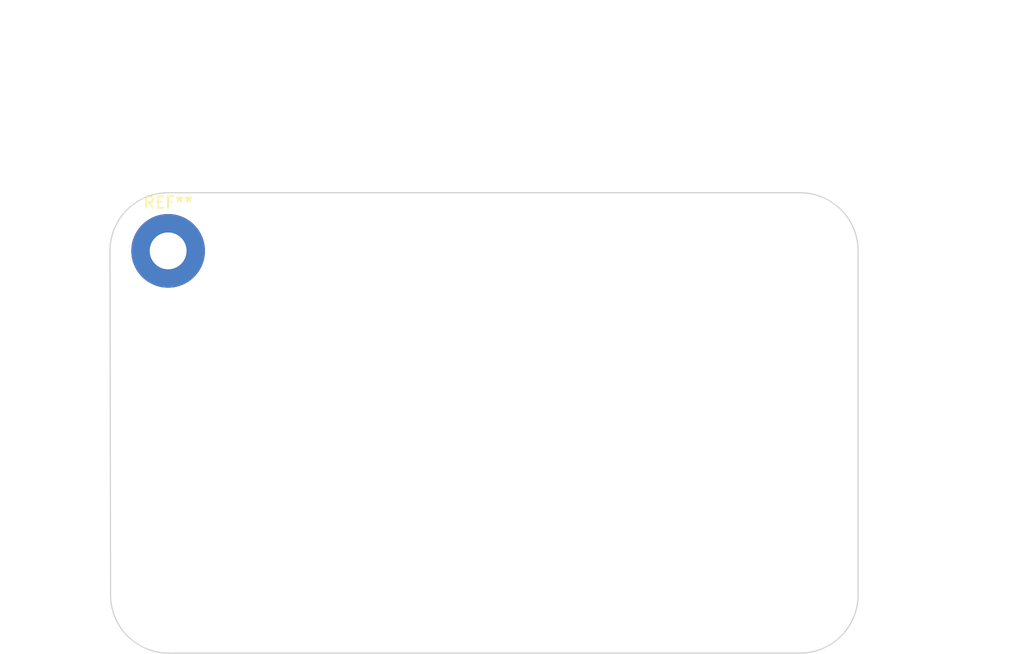
<source format=kicad_pcb>
(kicad_pcb (version 20221018) (generator pcbnew)
  (layers (0 "F.Cu" signal) (31 "B.Cu" signal) (34 "B.Paste" user) (35 "F.Paste" user) (36 "B.SilkS" user "B.Silkscreen") (37 "F.SilkS" user "F.Silkscreen") (38 "B.Mask" user) (39 "F.Mask" user) (44 "Edge.Cuts" user))
  (net 0 "")
  (footprint "MountingHole:MountingHole_3.2mm_M3_Pad" (layer "F.Cu") (at 126.2 86.2)
    (fp_text reference "REF**" (at 0 -4.2) (layer "F.SilkS"))
    (fp_text value "MountingHole_3.2mm_M3_Pad")
    (pad "1" thru_hole circle (at 0 0) (size 6.4 6.4) (drill 3.2) (layers "*.Cu" "*.Mask"))
  )
  (gr_line locked (start 121.15 86.2) (end 121.2 116.1) (stroke (width 0.1)) (layer "Edge.Cuts"))
  (gr_arc locked (start 186.15 116.1) (mid 184.670889 119.670889) (end 181.1 121.15) (stroke (width 0.1)) (layer "Edge.Cuts"))
  (gr_arc locked (start 181.1 81.15) (mid 184.670889 82.629111) (end 186.15 86.2) (stroke (width 0.1)) (layer "Edge.Cuts"))
  (gr_arc locked (start 121.15 86.2) (mid 122.629111 82.629111) (end 126.2 81.15) (stroke (width 0.1)) (layer "Edge.Cuts"))
  (gr_line locked (start 126.2 81.15) (end 181.1 81.15) (stroke (width 0.1)) (layer "Edge.Cuts"))
  (gr_line locked (start 186.15 86.2) (end 186.15 116.1) (stroke (width 0.1)) (layer "Edge.Cuts"))
  (gr_line locked (start 126.25 121.15) (end 181.1 121.15) (stroke (width 0.1)) (layer "Edge.Cuts"))
  (gr_arc locked (start 126.25 121.15) (mid 122.679111 119.670889) (end 121.2 116.1) (stroke (width 0.1)) (layer "Edge.Cuts"))
)
</source>
